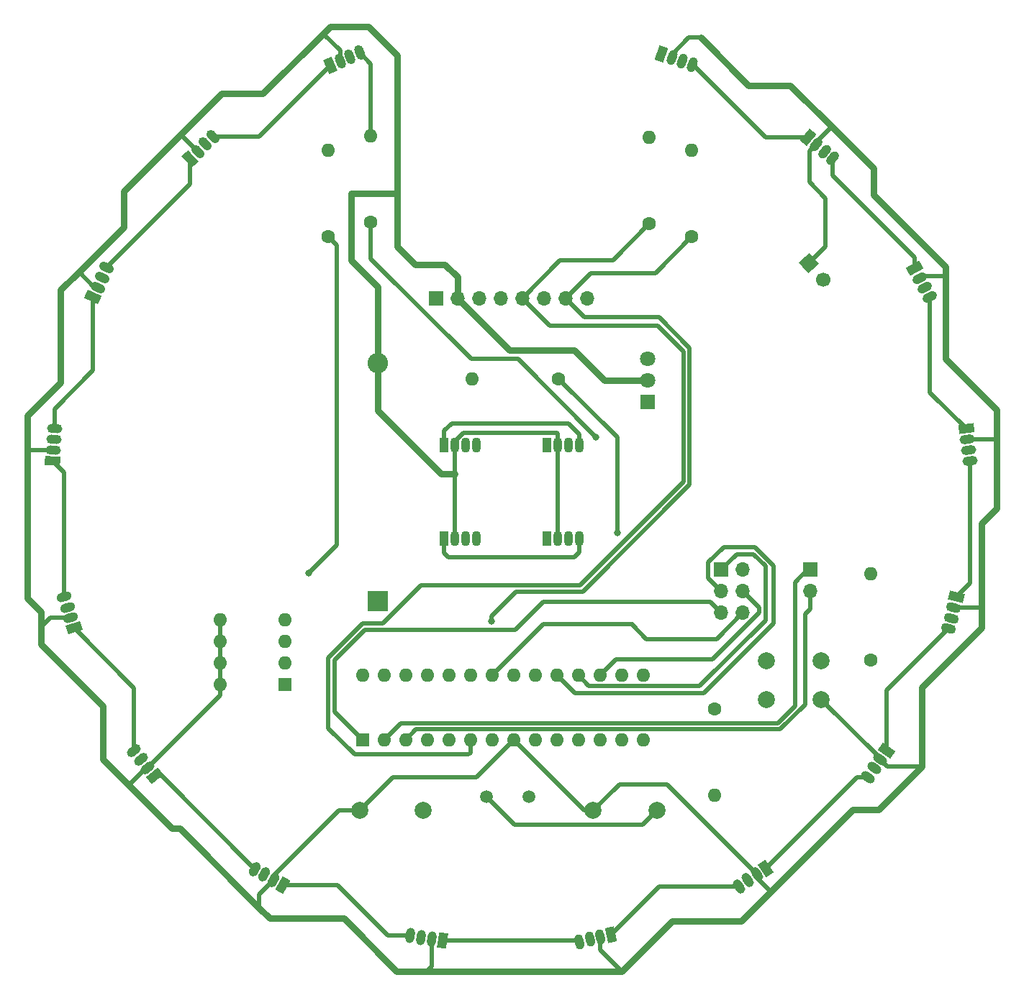
<source format=gbr>
%TF.GenerationSoftware,KiCad,Pcbnew,(6.0.9)*%
%TF.CreationDate,2022-12-09T09:09:42+01:00*%
%TF.ProjectId,afm_saucer,61666d5f-7361-4756-9365-722e6b696361,1.1*%
%TF.SameCoordinates,Original*%
%TF.FileFunction,Copper,L2,Bot*%
%TF.FilePolarity,Positive*%
%FSLAX46Y46*%
G04 Gerber Fmt 4.6, Leading zero omitted, Abs format (unit mm)*
G04 Created by KiCad (PCBNEW (6.0.9)) date 2022-12-09 09:09:42*
%MOMM*%
%LPD*%
G01*
G04 APERTURE LIST*
G04 Aperture macros list*
%AMHorizOval*
0 Thick line with rounded ends*
0 $1 width*
0 $2 $3 position (X,Y) of the first rounded end (center of the circle)*
0 $4 $5 position (X,Y) of the second rounded end (center of the circle)*
0 Add line between two ends*
20,1,$1,$2,$3,$4,$5,0*
0 Add two circle primitives to create the rounded ends*
1,1,$1,$2,$3*
1,1,$1,$4,$5*%
%AMRotRect*
0 Rectangle, with rotation*
0 The origin of the aperture is its center*
0 $1 length*
0 $2 width*
0 $3 Rotation angle, in degrees counterclockwise*
0 Add horizontal line*
21,1,$1,$2,0,0,$3*%
G04 Aperture macros list end*
%TA.AperFunction,ComponentPad*%
%ADD10RotRect,1.070000X1.800000X213.800000*%
%TD*%
%TA.AperFunction,ComponentPad*%
%ADD11HorizOval,1.070000X-0.203048X0.303309X0.203048X-0.303309X0*%
%TD*%
%TA.AperFunction,ComponentPad*%
%ADD12C,1.600000*%
%TD*%
%TA.AperFunction,ComponentPad*%
%ADD13O,1.600000X1.600000*%
%TD*%
%TA.AperFunction,ComponentPad*%
%ADD14RotRect,1.070000X1.800000X129.100000*%
%TD*%
%TA.AperFunction,ComponentPad*%
%ADD15HorizOval,1.070000X0.283257X0.230197X-0.283257X-0.230197X0*%
%TD*%
%TA.AperFunction,ComponentPad*%
%ADD16R,1.070000X1.800000*%
%TD*%
%TA.AperFunction,ComponentPad*%
%ADD17O,1.070000X1.800000*%
%TD*%
%TA.AperFunction,ComponentPad*%
%ADD18RotRect,1.070000X1.800000X340.800000*%
%TD*%
%TA.AperFunction,ComponentPad*%
%ADD19HorizOval,1.070000X-0.120036X-0.344697X0.120036X0.344697X0*%
%TD*%
%TA.AperFunction,ComponentPad*%
%ADD20RotRect,1.070000X1.800000X107.900000*%
%TD*%
%TA.AperFunction,ComponentPad*%
%ADD21HorizOval,1.070000X0.347332X0.112185X-0.347332X-0.112185X0*%
%TD*%
%TA.AperFunction,ComponentPad*%
%ADD22C,2.000000*%
%TD*%
%TA.AperFunction,ComponentPad*%
%ADD23R,1.700000X1.700000*%
%TD*%
%TA.AperFunction,ComponentPad*%
%ADD24O,1.700000X1.700000*%
%TD*%
%TA.AperFunction,ComponentPad*%
%ADD25RotRect,1.070000X1.800000X256.100000*%
%TD*%
%TA.AperFunction,ComponentPad*%
%ADD26HorizOval,1.070000X-0.354312X0.087683X0.354312X-0.087683X0*%
%TD*%
%TA.AperFunction,ComponentPad*%
%ADD27RotRect,1.070000X1.800000X23.200000*%
%TD*%
%TA.AperFunction,ComponentPad*%
%ADD28HorizOval,1.070000X-0.143789X0.335484X0.143789X-0.335484X0*%
%TD*%
%TA.AperFunction,ComponentPad*%
%ADD29RotRect,1.070000X1.800000X171.400000*%
%TD*%
%TA.AperFunction,ComponentPad*%
%ADD30HorizOval,1.070000X0.054580X0.360896X-0.054580X-0.360896X0*%
%TD*%
%TA.AperFunction,ComponentPad*%
%ADD31R,1.800000X1.800000*%
%TD*%
%TA.AperFunction,ComponentPad*%
%ADD32C,1.800000*%
%TD*%
%TA.AperFunction,ComponentPad*%
%ADD33RotRect,1.070000X1.800000X150.200000*%
%TD*%
%TA.AperFunction,ComponentPad*%
%ADD34HorizOval,1.070000X0.181395X0.316734X-0.181395X-0.316734X0*%
%TD*%
%TA.AperFunction,ComponentPad*%
%ADD35RotRect,1.700000X1.700000X42.000000*%
%TD*%
%TA.AperFunction,ComponentPad*%
%ADD36HorizOval,1.700000X0.000000X0.000000X0.000000X0.000000X0*%
%TD*%
%TA.AperFunction,ComponentPad*%
%ADD37RotRect,1.070000X1.800000X298.500000*%
%TD*%
%TA.AperFunction,ComponentPad*%
%ADD38HorizOval,1.070000X-0.320768X-0.174163X0.320768X0.174163X0*%
%TD*%
%TA.AperFunction,ComponentPad*%
%ADD39RotRect,1.070000X1.800000X44.400000*%
%TD*%
%TA.AperFunction,ComponentPad*%
%ADD40HorizOval,1.070000X-0.255377X0.260783X0.255377X-0.260783X0*%
%TD*%
%TA.AperFunction,ComponentPad*%
%ADD41R,1.600000X1.600000*%
%TD*%
%TA.AperFunction,ComponentPad*%
%ADD42RotRect,1.070000X1.800000X277.300000*%
%TD*%
%TA.AperFunction,ComponentPad*%
%ADD43HorizOval,1.070000X-0.362041X-0.046379X0.362041X0.046379X0*%
%TD*%
%TA.AperFunction,ComponentPad*%
%ADD44R,2.400000X2.400000*%
%TD*%
%TA.AperFunction,ComponentPad*%
%ADD45O,2.400000X2.400000*%
%TD*%
%TA.AperFunction,ComponentPad*%
%ADD46RotRect,1.070000X1.800000X192.600000*%
%TD*%
%TA.AperFunction,ComponentPad*%
%ADD47HorizOval,1.070000X-0.079622X0.356210X0.079622X-0.356210X0*%
%TD*%
%TA.AperFunction,ComponentPad*%
%ADD48RotRect,1.070000X1.800000X319.600000*%
%TD*%
%TA.AperFunction,ComponentPad*%
%ADD49HorizOval,1.070000X-0.236564X-0.277961X0.236564X0.277961X0*%
%TD*%
%TA.AperFunction,ComponentPad*%
%ADD50RotRect,1.070000X1.800000X65.500000*%
%TD*%
%TA.AperFunction,ComponentPad*%
%ADD51HorizOval,1.070000X-0.332136X0.151363X0.332136X-0.151363X0*%
%TD*%
%TA.AperFunction,ComponentPad*%
%ADD52RotRect,1.070000X1.800000X86.700000*%
%TD*%
%TA.AperFunction,ComponentPad*%
%ADD53HorizOval,1.070000X-0.364395X0.021011X0.364395X-0.021011X0*%
%TD*%
%TA.AperFunction,ComponentPad*%
%ADD54RotRect,1.070000X1.800000X234.900000*%
%TD*%
%TA.AperFunction,ComponentPad*%
%ADD55HorizOval,1.070000X-0.298625X0.209877X0.298625X-0.209877X0*%
%TD*%
%TA.AperFunction,ComponentPad*%
%ADD56C,1.500000*%
%TD*%
%TA.AperFunction,ViaPad*%
%ADD57C,0.800000*%
%TD*%
%TA.AperFunction,Conductor*%
%ADD58C,0.500000*%
%TD*%
%TA.AperFunction,Conductor*%
%ADD59C,0.750000*%
%TD*%
G04 APERTURE END LIST*
D10*
%TO.P,D10,1,DO*%
%TO.N,Net-(D11-Pad4)*%
X129972258Y-144897496D03*
D11*
%TO.P,D10,2,GND*%
%TO.N,GND*%
X128916908Y-145603991D03*
%TO.P,D10,3,VDD*%
%TO.N,+5V*%
X127861557Y-146310487D03*
%TO.P,D10,4,DI*%
%TO.N,Net-(D9-Pad1)*%
X126806207Y-147016982D03*
%TD*%
D12*
%TO.P,R4,1*%
%TO.N,/DATA*%
X116250000Y-69000000D03*
D13*
%TO.P,R4,2*%
%TO.N,+5V*%
X116250000Y-58840000D03*
%TD*%
D14*
%TO.P,D6,1,DO*%
%TO.N,Net-(D7-Pad4)*%
X58029219Y-134031652D03*
D15*
%TO.P,D6,2,GND*%
%TO.N,GND*%
X57228261Y-133046073D03*
%TO.P,D6,3,VDD*%
%TO.N,+5V*%
X56427302Y-132060494D03*
%TO.P,D6,4,DI*%
%TO.N,Net-(D5-Pad1)*%
X55626344Y-131074915D03*
%TD*%
D16*
%TO.P,D19,1,DO*%
%TO.N,Net-(D19-Pad1)*%
X92100000Y-106100000D03*
D17*
%TO.P,D19,2,GND*%
%TO.N,GND*%
X93370000Y-106100000D03*
%TO.P,D19,3,VDD*%
%TO.N,+5V*%
X94640000Y-106100000D03*
%TO.P,D19,4,DI*%
%TO.N,Net-(D18-Pad1)*%
X95910000Y-106100000D03*
%TD*%
D16*
%TO.P,D20,1,DO*%
%TO.N,unconnected-(D20-Pad1)*%
X104200000Y-106100000D03*
D17*
%TO.P,D20,2,GND*%
%TO.N,GND*%
X105470000Y-106100000D03*
%TO.P,D20,3,VDD*%
%TO.N,+5V*%
X106740000Y-106100000D03*
%TO.P,D20,4,DI*%
%TO.N,Net-(D19-Pad1)*%
X108010000Y-106100000D03*
%TD*%
D12*
%TO.P,R5,1*%
%TO.N,Net-(R5-Pad1)*%
X123900000Y-126100000D03*
D13*
%TO.P,R5,2*%
%TO.N,+5V*%
X123900000Y-136260000D03*
%TD*%
D18*
%TO.P,D16,1,DO*%
%TO.N,unconnected-(D16-Pad1)*%
X117698266Y-49007438D03*
D19*
%TO.P,D16,2,GND*%
%TO.N,GND*%
X118897624Y-49425099D03*
%TO.P,D16,3,VDD*%
%TO.N,+5V*%
X120096982Y-49842759D03*
%TO.P,D16,4,DI*%
%TO.N,Net-(D15-Pad1)*%
X121296340Y-50260420D03*
%TD*%
D16*
%TO.P,D17,1,DO*%
%TO.N,Net-(D18-Pad4)*%
X92100000Y-95100000D03*
D17*
%TO.P,D17,2,GND*%
%TO.N,GND*%
X93370000Y-95100000D03*
%TO.P,D17,3,VDD*%
%TO.N,+5V*%
X94640000Y-95100000D03*
%TO.P,D17,4,DI*%
%TO.N,Net-(D17-Pad4)*%
X95910000Y-95100000D03*
%TD*%
D12*
%TO.P,R7,1*%
%TO.N,Net-(R7-Pad1)*%
X83500000Y-68830000D03*
D13*
%TO.P,R7,2*%
%TO.N,Net-(D1-Pad4)*%
X83500000Y-58670000D03*
%TD*%
D16*
%TO.P,D18,1,DO*%
%TO.N,Net-(D18-Pad1)*%
X104200000Y-95100000D03*
D17*
%TO.P,D18,2,GND*%
%TO.N,GND*%
X105470000Y-95100000D03*
%TO.P,D18,3,VDD*%
%TO.N,+5V*%
X106740000Y-95100000D03*
%TO.P,D18,4,DI*%
%TO.N,Net-(D18-Pad4)*%
X108010000Y-95100000D03*
%TD*%
D20*
%TO.P,D5,1,DO*%
%TO.N,Net-(D5-Pad1)*%
X48564795Y-116591332D03*
D21*
%TO.P,D5,2,GND*%
%TO.N,GND*%
X48174452Y-115382807D03*
%TO.P,D5,3,VDD*%
%TO.N,+5V*%
X47784109Y-114174282D03*
%TO.P,D5,4,DI*%
%TO.N,Net-(D4-Pad1)*%
X47393766Y-112965757D03*
%TD*%
D22*
%TO.P,SW2,1,1*%
%TO.N,/RESET*%
X130000000Y-120500000D03*
X136500000Y-120500000D03*
%TO.P,SW2,2,2*%
%TO.N,GND*%
X130000000Y-125000000D03*
X136500000Y-125000000D03*
%TD*%
D23*
%TO.P,J3,1,Pin_1*%
%TO.N,/MISO*%
X124725000Y-109725000D03*
D24*
%TO.P,J3,2,Pin_2*%
%TO.N,+5V*%
X127265000Y-109725000D03*
%TO.P,J3,3,Pin_3*%
%TO.N,/SCK*%
X124725000Y-112265000D03*
%TO.P,J3,4,Pin_4*%
%TO.N,/MOSI*%
X127265000Y-112265000D03*
%TO.P,J3,5,Pin_5*%
%TO.N,/RESET*%
X124725000Y-114805000D03*
%TO.P,J3,6,Pin_6*%
%TO.N,GND*%
X127265000Y-114805000D03*
%TD*%
D22*
%TO.P,C3,1*%
%TO.N,Net-(C3-Pad1)*%
X117150000Y-138100000D03*
%TO.P,C3,2*%
%TO.N,GND*%
X109650000Y-138100000D03*
%TD*%
D25*
%TO.P,D12,1,DO*%
%TO.N,Net-(D12-Pad1)*%
X152381515Y-112965972D03*
D26*
%TO.P,D12,2,GND*%
%TO.N,GND*%
X152076425Y-114198782D03*
%TO.P,D12,3,VDD*%
%TO.N,+5V*%
X151771336Y-115431592D03*
%TO.P,D12,4,DI*%
%TO.N,Net-(D11-Pad1)*%
X151466246Y-116664402D03*
%TD*%
D27*
%TO.P,D1,1,DO*%
%TO.N,Net-(D1-Pad1)*%
X78702036Y-50369216D03*
D28*
%TO.P,D1,2,GND*%
%TO.N,GND*%
X79869338Y-49868910D03*
%TO.P,D1,3,VDD*%
%TO.N,+5V*%
X81036640Y-49368604D03*
%TO.P,D1,4,DI*%
%TO.N,Net-(D1-Pad4)*%
X82203942Y-48868297D03*
%TD*%
D13*
%TO.P,R2,2*%
%TO.N,+5V*%
X78500000Y-60340000D03*
D12*
%TO.P,R2,1*%
%TO.N,/CLK*%
X78500000Y-70500000D03*
%TD*%
D29*
%TO.P,D8,1,DO*%
%TO.N,Net-(D8-Pad1)*%
X91895849Y-153401524D03*
D30*
%TO.P,D8,2,GND*%
%TO.N,GND*%
X90640128Y-153211614D03*
%TO.P,D8,3,VDD*%
%TO.N,+5V*%
X89384408Y-153021704D03*
%TO.P,D8,4,DI*%
%TO.N,Net-(D7-Pad1)*%
X88128687Y-152831794D03*
%TD*%
D12*
%TO.P,R3,1*%
%TO.N,/FLASH*%
X121250000Y-70500000D03*
D13*
%TO.P,R3,2*%
%TO.N,+5V*%
X121250000Y-60340000D03*
%TD*%
D31*
%TO.P,U1,1,IN*%
%TO.N,+12V*%
X116020000Y-90000000D03*
D32*
%TO.P,U1,2,GND*%
%TO.N,GND*%
X116020000Y-87460000D03*
%TO.P,U1,3,OUT*%
%TO.N,+5V*%
X116020000Y-84920000D03*
%TD*%
D23*
%TO.P,J1,1,Pin_1*%
%TO.N,+12V*%
X91125000Y-77775000D03*
D24*
%TO.P,J1,2,Pin_2*%
%TO.N,GND*%
X93665000Y-77775000D03*
%TO.P,J1,3,Pin_3*%
%TO.N,unconnected-(J1-Pad3)*%
X96205000Y-77775000D03*
%TO.P,J1,4,Pin_4*%
%TO.N,/CLK*%
X98745000Y-77775000D03*
%TO.P,J1,5,Pin_5*%
%TO.N,/DATA*%
X101285000Y-77775000D03*
%TO.P,J1,6,Pin_6*%
%TO.N,unconnected-(J1-Pad6)*%
X103825000Y-77775000D03*
%TO.P,J1,7,Pin_7*%
%TO.N,/FLASH*%
X106365000Y-77775000D03*
%TO.P,J1,8,Pin_8*%
%TO.N,unconnected-(J1-Pad8)*%
X108905000Y-77775000D03*
%TD*%
D12*
%TO.P,R6,1*%
%TO.N,Net-(R6-Pad1)*%
X105580000Y-87250000D03*
D13*
%TO.P,R6,2*%
%TO.N,Net-(D17-Pad4)*%
X95420000Y-87250000D03*
%TD*%
D33*
%TO.P,D7,1,DO*%
%TO.N,Net-(D7-Pad1)*%
X73146895Y-146881881D03*
D34*
%TO.P,D7,2,GND*%
%TO.N,GND*%
X72044833Y-146250724D03*
%TO.P,D7,3,VDD*%
%TO.N,+5V*%
X70942771Y-145619567D03*
%TO.P,D7,4,DI*%
%TO.N,Net-(D7-Pad4)*%
X69840709Y-144988410D03*
%TD*%
D35*
%TO.P,SW1,1,1*%
%TO.N,GND*%
X134995600Y-73679937D03*
D36*
%TO.P,SW1,2,2*%
%TO.N,Net-(R5-Pad1)*%
X136695192Y-75567525D03*
%TD*%
D37*
%TO.P,D14,1,DO*%
%TO.N,Net-(D15-Pad4)*%
X147427862Y-74265277D03*
D38*
%TO.P,D14,2,GND*%
%TO.N,GND*%
X148033854Y-75381375D03*
%TO.P,D14,3,VDD*%
%TO.N,+5V*%
X148639845Y-76497472D03*
%TO.P,D14,4,DI*%
%TO.N,Net-(D13-Pad1)*%
X149245837Y-77613570D03*
%TD*%
D39*
%TO.P,D2,1,DO*%
%TO.N,Net-(D3-Pad4)*%
X62206663Y-61391611D03*
D40*
%TO.P,D2,2,GND*%
%TO.N,GND*%
X63114043Y-60503039D03*
%TO.P,D2,3,VDD*%
%TO.N,+5V*%
X64021424Y-59614466D03*
%TO.P,D2,4,DI*%
%TO.N,Net-(D1-Pad1)*%
X64928804Y-58725894D03*
%TD*%
D41*
%TO.P,SW3,1*%
%TO.N,Net-(U2-Pad23)*%
X73400000Y-123300000D03*
D13*
%TO.P,SW3,2*%
%TO.N,Net-(U2-Pad24)*%
X73400000Y-120760000D03*
%TO.P,SW3,3*%
%TO.N,Net-(U2-Pad25)*%
X73400000Y-118220000D03*
%TO.P,SW3,4*%
%TO.N,Net-(U2-Pad26)*%
X73400000Y-115680000D03*
%TO.P,SW3,5*%
%TO.N,GND*%
X65780000Y-115680000D03*
%TO.P,SW3,6*%
X65780000Y-118220000D03*
%TO.P,SW3,7*%
X65780000Y-120760000D03*
%TO.P,SW3,8*%
X65780000Y-123300000D03*
%TD*%
D42*
%TO.P,D13,1,DO*%
%TO.N,Net-(D13-Pad1)*%
X153520786Y-93154143D03*
D43*
%TO.P,D13,2,GND*%
%TO.N,GND*%
X153682158Y-94413849D03*
%TO.P,D13,3,VDD*%
%TO.N,+5V*%
X153843530Y-95673555D03*
%TO.P,D13,4,DI*%
%TO.N,Net-(D12-Pad1)*%
X154004902Y-96933261D03*
%TD*%
D44*
%TO.P,C1,1*%
%TO.N,+5V*%
X84300000Y-113400000D03*
D45*
%TO.P,C1,2*%
%TO.N,GND*%
X84300000Y-85400000D03*
%TD*%
D46*
%TO.P,D9,1,DO*%
%TO.N,Net-(D9-Pad1)*%
X111723763Y-152709117D03*
D47*
%TO.P,D9,2,GND*%
%TO.N,GND*%
X110484349Y-152986159D03*
%TO.P,D9,3,VDD*%
%TO.N,+5V*%
X109244934Y-153263201D03*
%TO.P,D9,4,DI*%
%TO.N,Net-(D8-Pad1)*%
X108005520Y-153540243D03*
%TD*%
D12*
%TO.P,R1,1*%
%TO.N,/RESET*%
X142300000Y-120400000D03*
D13*
%TO.P,R1,2*%
%TO.N,+5V*%
X142300000Y-110240000D03*
%TD*%
D23*
%TO.P,J2,1,Pin_1*%
%TO.N,/RX*%
X135200000Y-109725000D03*
D24*
%TO.P,J2,2,Pin_2*%
%TO.N,/TX*%
X135200000Y-112265000D03*
%TD*%
D22*
%TO.P,C2,1*%
%TO.N,Net-(C2-Pad1)*%
X89650000Y-138100000D03*
%TO.P,C2,2*%
%TO.N,GND*%
X82150000Y-138100000D03*
%TD*%
D48*
%TO.P,D15,1,DO*%
%TO.N,Net-(D15-Pad1)*%
X134922340Y-58852324D03*
D49*
%TO.P,D15,2,GND*%
%TO.N,GND*%
X135889494Y-59675436D03*
%TO.P,D15,3,VDD*%
%TO.N,+5V*%
X136856647Y-60498549D03*
%TO.P,D15,4,DI*%
%TO.N,Net-(D15-Pad4)*%
X137823801Y-61321661D03*
%TD*%
D50*
%TO.P,D3,1,DO*%
%TO.N,Net-(D3-Pad1)*%
X50806757Y-77639360D03*
D51*
%TO.P,D3,2,GND*%
%TO.N,GND*%
X51333417Y-76483709D03*
%TO.P,D3,3,VDD*%
%TO.N,+5V*%
X51860078Y-75328058D03*
%TO.P,D3,4,DI*%
%TO.N,Net-(D3-Pad4)*%
X52386738Y-74172408D03*
%TD*%
D52*
%TO.P,D4,1,DO*%
%TO.N,Net-(D4-Pad1)*%
X46046296Y-96907235D03*
D53*
%TO.P,D4,2,GND*%
%TO.N,GND*%
X46119402Y-95639341D03*
%TO.P,D4,3,VDD*%
%TO.N,+5V*%
X46192509Y-94371447D03*
%TO.P,D4,4,DI*%
%TO.N,Net-(D3-Pad1)*%
X46265615Y-93103553D03*
%TD*%
D54*
%TO.P,D11,1,DO*%
%TO.N,Net-(D11-Pad1)*%
X144156721Y-131024014D03*
D55*
%TO.P,D11,2,GND*%
%TO.N,GND*%
X143426464Y-132063064D03*
%TO.P,D11,3,VDD*%
%TO.N,+5V*%
X142696208Y-133102114D03*
%TO.P,D11,4,DI*%
%TO.N,Net-(D11-Pad4)*%
X141965951Y-134141164D03*
%TD*%
D56*
%TO.P,Y1,1,1*%
%TO.N,Net-(C3-Pad1)*%
X97100000Y-136500000D03*
%TO.P,Y1,2,2*%
%TO.N,Net-(C2-Pad1)*%
X102100000Y-136500000D03*
%TD*%
D41*
%TO.P,U2,1,~{RESET}/PC6*%
%TO.N,/RESET*%
X82500000Y-129800000D03*
D13*
%TO.P,U2,2,PD0*%
%TO.N,/RX*%
X85040000Y-129800000D03*
%TO.P,U2,3,PD1*%
%TO.N,/TX*%
X87580000Y-129800000D03*
%TO.P,U2,4,PD2*%
%TO.N,/CLK*%
X90120000Y-129800000D03*
%TO.P,U2,5,PD3*%
%TO.N,/FLASH*%
X92660000Y-129800000D03*
%TO.P,U2,6,PD4*%
%TO.N,/DATA*%
X95200000Y-129800000D03*
%TO.P,U2,7,VCC*%
%TO.N,+5V*%
X97740000Y-129800000D03*
%TO.P,U2,8,GND*%
%TO.N,GND*%
X100280000Y-129800000D03*
%TO.P,U2,9,XTAL1/PB6*%
%TO.N,Net-(C3-Pad1)*%
X102820000Y-129800000D03*
%TO.P,U2,10,XTAL2/PB7*%
%TO.N,Net-(C2-Pad1)*%
X105360000Y-129800000D03*
%TO.P,U2,11,PD5*%
%TO.N,Net-(R7-Pad1)*%
X107900000Y-129800000D03*
%TO.P,U2,12,PD6*%
%TO.N,Net-(R6-Pad1)*%
X110440000Y-129800000D03*
%TO.P,U2,13,PD7*%
%TO.N,Net-(R5-Pad1)*%
X112980000Y-129800000D03*
%TO.P,U2,14,PB0*%
%TO.N,unconnected-(U2-Pad14)*%
X115520000Y-129800000D03*
%TO.P,U2,15,PB1*%
%TO.N,unconnected-(U2-Pad15)*%
X115520000Y-122180000D03*
%TO.P,U2,16,PB2*%
%TO.N,unconnected-(U2-Pad16)*%
X112980000Y-122180000D03*
%TO.P,U2,17,PB3*%
%TO.N,/MOSI*%
X110440000Y-122180000D03*
%TO.P,U2,18,PB4*%
%TO.N,/MISO*%
X107900000Y-122180000D03*
%TO.P,U2,19,PB5*%
%TO.N,/SCK*%
X105360000Y-122180000D03*
%TO.P,U2,20,AVCC*%
%TO.N,+5V*%
X102820000Y-122180000D03*
%TO.P,U2,21,AREF*%
%TO.N,unconnected-(U2-Pad21)*%
X100280000Y-122180000D03*
%TO.P,U2,22,GND*%
%TO.N,GND*%
X97740000Y-122180000D03*
%TO.P,U2,23,PC0*%
%TO.N,Net-(U2-Pad23)*%
X95200000Y-122180000D03*
%TO.P,U2,24,PC1*%
%TO.N,Net-(U2-Pad24)*%
X92660000Y-122180000D03*
%TO.P,U2,25,PC2*%
%TO.N,Net-(U2-Pad25)*%
X90120000Y-122180000D03*
%TO.P,U2,26,PC3*%
%TO.N,Net-(U2-Pad26)*%
X87580000Y-122180000D03*
%TO.P,U2,27,PC4*%
%TO.N,unconnected-(U2-Pad27)*%
X85040000Y-122180000D03*
%TO.P,U2,28,PC5*%
%TO.N,unconnected-(U2-Pad28)*%
X82500000Y-122180000D03*
%TD*%
D57*
%TO.N,/CLK*%
X76200000Y-110100000D03*
%TO.N,/FLASH*%
X97700000Y-115800000D03*
%TO.N,Net-(R6-Pad1)*%
X112500000Y-105400000D03*
%TO.N,Net-(R7-Pad1)*%
X110000000Y-94100000D03*
%TD*%
D58*
%TO.N,GND*%
X135100000Y-64100000D02*
X137000000Y-66000000D01*
X135889494Y-59675436D02*
X135100000Y-60464930D01*
X135100000Y-60464930D02*
X135100000Y-64100000D01*
X137000000Y-66000000D02*
X137000000Y-71675537D01*
X137000000Y-71675537D02*
X134995600Y-73679937D01*
D59*
X127900000Y-52700000D02*
X122300000Y-47100000D01*
D58*
X103795000Y-116125000D02*
X97740000Y-122180000D01*
X135889494Y-59675436D02*
X135889494Y-59410506D01*
X79869338Y-48569338D02*
X77900000Y-46600000D01*
X153682158Y-94413849D02*
X156986151Y-94413849D01*
D59*
X132800000Y-52700000D02*
X127900000Y-52700000D01*
X155300000Y-104300000D02*
X157100000Y-102500000D01*
X90100000Y-157000000D02*
X113000000Y-157000000D01*
X44700000Y-118500000D02*
X52000000Y-125800000D01*
X61100000Y-58500000D02*
X54400000Y-65200000D01*
X143200000Y-138000000D02*
X148300000Y-132900000D01*
X84300000Y-85400000D02*
X84300000Y-76400000D01*
D58*
X93370000Y-94612000D02*
X94382000Y-93600000D01*
X51333417Y-76483709D02*
X50983709Y-76483709D01*
D59*
X86500000Y-157000000D02*
X90100000Y-157000000D01*
D58*
X148215229Y-75200000D02*
X151100000Y-75200000D01*
X72044833Y-146250724D02*
X70350000Y-147945557D01*
X105470000Y-93700000D02*
X105470000Y-95100000D01*
X114250000Y-116250000D02*
X114250000Y-116125000D01*
D59*
X116020000Y-87460000D02*
X110960000Y-87460000D01*
X88700000Y-73800000D02*
X86600000Y-71700000D01*
D58*
X110484349Y-154484349D02*
X113000000Y-157000000D01*
X48174452Y-115382807D02*
X45817193Y-115382807D01*
D59*
X151100000Y-84900000D02*
X151100000Y-75200000D01*
D58*
X79700000Y-138100000D02*
X82150000Y-138100000D01*
X136500000Y-125000000D02*
X143426464Y-131926464D01*
D59*
X110960000Y-87460000D02*
X107400000Y-83900000D01*
X70350000Y-149550000D02*
X71600000Y-150800000D01*
X43100000Y-113100000D02*
X44700000Y-114700000D01*
D58*
X108580000Y-138100000D02*
X100280000Y-129800000D01*
X143426464Y-131926464D02*
X143426464Y-132063064D01*
D59*
X78700000Y-45800000D02*
X77900000Y-46600000D01*
D58*
X135889494Y-59410506D02*
X137700000Y-57600000D01*
D59*
X113000000Y-157000000D02*
X118900000Y-151100000D01*
D58*
X72044833Y-145755167D02*
X79700000Y-138100000D01*
D59*
X47000000Y-76800000D02*
X47000000Y-87700000D01*
D58*
X94382000Y-93600000D02*
X105370000Y-93600000D01*
D59*
X83200000Y-45800000D02*
X78700000Y-45800000D01*
X157100000Y-94300000D02*
X157100000Y-90900000D01*
X127100000Y-151100000D02*
X130550000Y-147650000D01*
D58*
X152076425Y-114198782D02*
X155298782Y-114198782D01*
X95880000Y-134200000D02*
X86050000Y-134200000D01*
X63114043Y-60503039D02*
X63103039Y-60503039D01*
X65780000Y-123300000D02*
X65780000Y-124494334D01*
D59*
X92200000Y-73800000D02*
X88700000Y-73800000D01*
X157100000Y-90900000D02*
X151100000Y-84900000D01*
X86600000Y-49200000D02*
X83200000Y-45800000D01*
D58*
X128916908Y-145603991D02*
X128916908Y-146016908D01*
D59*
X86600000Y-71700000D02*
X86600000Y-65400000D01*
D58*
X148033854Y-75381375D02*
X148215229Y-75200000D01*
X115900000Y-117900000D02*
X114250000Y-116250000D01*
D59*
X84300000Y-85400000D02*
X84300000Y-91000000D01*
X155300000Y-116600000D02*
X155300000Y-114200000D01*
X55000000Y-135100000D02*
X60100000Y-140200000D01*
X65900000Y-53700000D02*
X61100000Y-58500000D01*
X49150000Y-74650000D02*
X47000000Y-76800000D01*
X130550000Y-147650000D02*
X140200000Y-138000000D01*
D58*
X156986151Y-94413849D02*
X157100000Y-94300000D01*
D59*
X93665000Y-77775000D02*
X93665000Y-75265000D01*
D58*
X65780000Y-124494334D02*
X57228261Y-133046073D01*
X124170000Y-117900000D02*
X115900000Y-117900000D01*
X79869338Y-49868910D02*
X79869338Y-48569338D01*
D59*
X148300000Y-132900000D02*
X148300000Y-123600000D01*
X137700000Y-57600000D02*
X142600000Y-62500000D01*
D58*
X143426464Y-132063064D02*
X144263400Y-132900000D01*
D59*
X118900000Y-151100000D02*
X127100000Y-151100000D01*
D58*
X90640128Y-156459872D02*
X90100000Y-157000000D01*
D59*
X140200000Y-138000000D02*
X143200000Y-138000000D01*
D58*
X70350000Y-147945557D02*
X70350000Y-149550000D01*
X105470000Y-95100000D02*
X105470000Y-106100000D01*
X144263400Y-132900000D02*
X148300000Y-132900000D01*
D59*
X77900000Y-46600000D02*
X70800000Y-53700000D01*
X84300000Y-76400000D02*
X81200000Y-73300000D01*
X84300000Y-91000000D02*
X91730000Y-98430000D01*
D58*
X93370000Y-95100000D02*
X93370000Y-94612000D01*
D59*
X60100000Y-140200000D02*
X61000000Y-140200000D01*
X142600000Y-62500000D02*
X142600000Y-65600000D01*
X142600000Y-65600000D02*
X151100000Y-74100000D01*
D58*
X45817193Y-115382807D02*
X44700000Y-116500000D01*
D59*
X43100000Y-95500000D02*
X43100000Y-113100000D01*
X81200000Y-73300000D02*
X81200000Y-65400000D01*
D58*
X57053927Y-133046073D02*
X55000000Y-135100000D01*
D59*
X61000000Y-140200000D02*
X70350000Y-149550000D01*
X52000000Y-132100000D02*
X55000000Y-135100000D01*
D58*
X100280000Y-129800000D02*
X95880000Y-134200000D01*
D59*
X52000000Y-125800000D02*
X52000000Y-132100000D01*
D58*
X118897624Y-49425099D02*
X118897624Y-49102376D01*
X109650000Y-138100000D02*
X108580000Y-138100000D01*
X128916908Y-146016908D02*
X130550000Y-147650000D01*
X46119402Y-95639341D02*
X43239341Y-95639341D01*
D59*
X137700000Y-57600000D02*
X132800000Y-52700000D01*
D58*
X43239341Y-95639341D02*
X43100000Y-95500000D01*
D59*
X54400000Y-65200000D02*
X54400000Y-69400000D01*
X151100000Y-74100000D02*
X151100000Y-75200000D01*
X81200000Y-65400000D02*
X86600000Y-65400000D01*
D58*
X57228261Y-133046073D02*
X57053927Y-133046073D01*
D59*
X44700000Y-114700000D02*
X44700000Y-116500000D01*
D58*
X63103039Y-60503039D02*
X61100000Y-58500000D01*
D59*
X80300000Y-150800000D02*
X86500000Y-157000000D01*
D58*
X112740000Y-135010000D02*
X109650000Y-138100000D01*
X105370000Y-93600000D02*
X105470000Y-93700000D01*
X128916908Y-145603991D02*
X118322917Y-135010000D01*
X110484349Y-152986159D02*
X110484349Y-154484349D01*
D59*
X148300000Y-123600000D02*
X155300000Y-116600000D01*
X107400000Y-83900000D02*
X99790000Y-83900000D01*
X54400000Y-69400000D02*
X49150000Y-74650000D01*
D58*
X127265000Y-114805000D02*
X124170000Y-117900000D01*
D59*
X44700000Y-116500000D02*
X44700000Y-118500000D01*
X43100000Y-91600000D02*
X43100000Y-95500000D01*
D58*
X118322917Y-135010000D02*
X112740000Y-135010000D01*
X93370000Y-98430000D02*
X93370000Y-106100000D01*
D59*
X99790000Y-83900000D02*
X93665000Y-77775000D01*
D58*
X50983709Y-76483709D02*
X49150000Y-74650000D01*
X90640128Y-153211614D02*
X90640128Y-156459872D01*
X118897624Y-49102376D02*
X120900000Y-47100000D01*
D59*
X155300000Y-114200000D02*
X155300000Y-104300000D01*
D58*
X120900000Y-47100000D02*
X122300000Y-47100000D01*
X82150000Y-138100000D02*
X86050000Y-134200000D01*
X72044833Y-146250724D02*
X72044833Y-145755167D01*
X93370000Y-95100000D02*
X93370000Y-98430000D01*
D59*
X157100000Y-102500000D02*
X157100000Y-94300000D01*
X47000000Y-87700000D02*
X43100000Y-91600000D01*
X91730000Y-98430000D02*
X93370000Y-98430000D01*
X70800000Y-53700000D02*
X65900000Y-53700000D01*
X86600000Y-65400000D02*
X86600000Y-49200000D01*
X71600000Y-150800000D02*
X80300000Y-150800000D01*
X93665000Y-75265000D02*
X92200000Y-73800000D01*
D58*
X65780000Y-115680000D02*
X65780000Y-123300000D01*
X155298782Y-114198782D02*
X155300000Y-114200000D01*
X114250000Y-116125000D02*
X103795000Y-116125000D01*
%TO.N,Net-(C3-Pad1)*%
X100400000Y-139800000D02*
X115450000Y-139800000D01*
X97100000Y-136500000D02*
X100400000Y-139800000D01*
X115450000Y-139800000D02*
X117150000Y-138100000D01*
%TO.N,Net-(D1-Pad1)*%
X70345358Y-58725894D02*
X78702036Y-50369216D01*
X64928804Y-58725894D02*
X70345358Y-58725894D01*
%TO.N,Net-(D1-Pad4)*%
X83500000Y-58670000D02*
X83500000Y-50164355D01*
X83500000Y-50164355D02*
X82203942Y-48868297D01*
%TO.N,Net-(D3-Pad4)*%
X52386738Y-74113262D02*
X62206663Y-64293337D01*
X62206663Y-64293337D02*
X62206663Y-61391611D01*
X52386738Y-74172408D02*
X52386738Y-74113262D01*
%TO.N,Net-(D3-Pad1)*%
X46265615Y-93103553D02*
X46265615Y-90834385D01*
X46265615Y-90834385D02*
X50806757Y-86293243D01*
X50806757Y-86293243D02*
X50806757Y-77639360D01*
%TO.N,Net-(D4-Pad1)*%
X47393766Y-98254705D02*
X46046296Y-96907235D01*
X47393766Y-112965757D02*
X47393766Y-98254705D01*
%TO.N,Net-(D5-Pad1)*%
X55626344Y-131074915D02*
X55626344Y-123652881D01*
X55626344Y-123652881D02*
X48564795Y-116591332D01*
%TO.N,Net-(D7-Pad4)*%
X69840709Y-144988410D02*
X58883951Y-134031652D01*
X58883951Y-134031652D02*
X58029219Y-134031652D01*
%TO.N,Net-(D7-Pad1)*%
X73146895Y-146881881D02*
X79581881Y-146881881D01*
X85531794Y-152831794D02*
X88128687Y-152831794D01*
X79581881Y-146881881D02*
X85531794Y-152831794D01*
%TO.N,Net-(D8-Pad1)*%
X91895849Y-153401524D02*
X107866801Y-153401524D01*
X107866801Y-153401524D02*
X108005520Y-153540243D01*
%TO.N,Net-(D9-Pad1)*%
X117415898Y-147016982D02*
X126806207Y-147016982D01*
X111723763Y-152709117D02*
X117415898Y-147016982D01*
%TO.N,Net-(D11-Pad4)*%
X140728590Y-134141164D02*
X141965951Y-134141164D01*
X129972258Y-144897496D02*
X140728590Y-134141164D01*
%TO.N,Net-(D11-Pad1)*%
X144156721Y-123973927D02*
X151466246Y-116664402D01*
X144156721Y-131024014D02*
X144156721Y-123973927D01*
%TO.N,Net-(D12-Pad1)*%
X154004902Y-111342585D02*
X154004902Y-96933261D01*
X152381515Y-112965972D02*
X154004902Y-111342585D01*
%TO.N,Net-(D13-Pad1)*%
X153520786Y-93154143D02*
X149245837Y-88879194D01*
X149245837Y-88879194D02*
X149245837Y-77613570D01*
%TO.N,Net-(D15-Pad4)*%
X147427862Y-72927862D02*
X137823801Y-63323801D01*
X137823801Y-63323801D02*
X137823801Y-61321661D01*
X147427862Y-74265277D02*
X147427862Y-72927862D01*
%TO.N,Net-(D15-Pad1)*%
X129952324Y-58852324D02*
X121360420Y-50260420D01*
X121360420Y-50260420D02*
X121296340Y-50260420D01*
X134922340Y-58852324D02*
X129952324Y-58852324D01*
%TO.N,Net-(D18-Pad4)*%
X106700000Y-92500000D02*
X108010000Y-93810000D01*
X92100000Y-95100000D02*
X92100000Y-93400000D01*
X108010000Y-93810000D02*
X108010000Y-95100000D01*
X93000000Y-92500000D02*
X106700000Y-92500000D01*
X92100000Y-93400000D02*
X93000000Y-92500000D01*
%TO.N,Net-(D19-Pad1)*%
X108010000Y-107690000D02*
X108010000Y-106100000D01*
X92100000Y-107800000D02*
X92600000Y-108300000D01*
X92600000Y-108300000D02*
X107400000Y-108300000D01*
X92100000Y-106100000D02*
X92100000Y-107800000D01*
X107400000Y-108300000D02*
X108010000Y-107690000D01*
%TO.N,/CLK*%
X79500000Y-71500000D02*
X78500000Y-70500000D01*
X79500000Y-106800000D02*
X79500000Y-71500000D01*
X76200000Y-110100000D02*
X79500000Y-106800000D01*
%TO.N,/DATA*%
X101285000Y-77775000D02*
X104510000Y-81000000D01*
X104510000Y-81000000D02*
X117200000Y-81000000D01*
X117200000Y-81000000D02*
X120300000Y-84100000D01*
X78500000Y-128400000D02*
X81600000Y-131500000D01*
X84900000Y-116100000D02*
X82500000Y-116100000D01*
X95200000Y-131300000D02*
X95200000Y-129800000D01*
X105760000Y-73300000D02*
X101285000Y-77775000D01*
X95000000Y-131500000D02*
X95200000Y-131300000D01*
X116250000Y-69000000D02*
X111950000Y-73300000D01*
X89400000Y-111600000D02*
X84900000Y-116100000D01*
X81600000Y-131500000D02*
X95000000Y-131500000D01*
X111950000Y-73300000D02*
X105760000Y-73300000D01*
X120300000Y-84100000D02*
X120300000Y-99410050D01*
X108110050Y-111600000D02*
X89400000Y-111600000D01*
X120300000Y-99410050D02*
X108110050Y-111600000D01*
X82500000Y-116100000D02*
X78500000Y-120100000D01*
X78500000Y-120100000D02*
X78500000Y-128400000D01*
%TO.N,/FLASH*%
X106365000Y-77775000D02*
X109340000Y-74800000D01*
X117400000Y-80000000D02*
X121000000Y-83600000D01*
X100600000Y-112300000D02*
X97700000Y-115200000D01*
X121000000Y-83600000D02*
X121000000Y-99700000D01*
X108400000Y-112300000D02*
X100600000Y-112300000D01*
X108590000Y-80000000D02*
X117400000Y-80000000D01*
X106365000Y-77775000D02*
X108590000Y-80000000D01*
X97700000Y-115200000D02*
X97700000Y-115800000D01*
X121000000Y-99700000D02*
X108400000Y-112300000D01*
X109340000Y-74800000D02*
X116950000Y-74800000D01*
X116950000Y-74800000D02*
X121250000Y-70500000D01*
%TO.N,/RX*%
X86990000Y-127850000D02*
X85040000Y-129800000D01*
X134875000Y-109725000D02*
X133400000Y-111200000D01*
X135200000Y-109725000D02*
X134875000Y-109725000D01*
X133400000Y-111200000D02*
X133400000Y-125810050D01*
X133400000Y-125810050D02*
X131360050Y-127850000D01*
X131360050Y-127850000D02*
X86990000Y-127850000D01*
%TO.N,/TX*%
X87580000Y-129800000D02*
X88830000Y-128550000D01*
X88830000Y-128550000D02*
X131650000Y-128550000D01*
X131650000Y-128550000D02*
X134600000Y-125600000D01*
X134600000Y-115000000D02*
X135200000Y-114400000D01*
X134600000Y-125600000D02*
X134600000Y-115000000D01*
X135200000Y-114400000D02*
X135200000Y-112265000D01*
%TO.N,/MISO*%
X129900000Y-109300000D02*
X128500000Y-107900000D01*
X109150000Y-123430000D02*
X122170000Y-123430000D01*
X126550000Y-107900000D02*
X124725000Y-109725000D01*
X107900000Y-122180000D02*
X109150000Y-123430000D01*
X129900000Y-115700000D02*
X129900000Y-109300000D01*
X122170000Y-123430000D02*
X129900000Y-115700000D01*
X128500000Y-107900000D02*
X126550000Y-107900000D01*
%TO.N,/SCK*%
X123200000Y-110740000D02*
X124725000Y-112265000D01*
X123200000Y-108900000D02*
X123200000Y-110740000D01*
X128689949Y-107100000D02*
X125000000Y-107100000D01*
X125000000Y-107100000D02*
X123200000Y-108900000D01*
X105360000Y-122180000D02*
X107480000Y-124300000D01*
X107480000Y-124300000D02*
X122700000Y-124300000D01*
X130900000Y-109310051D02*
X128689949Y-107100000D01*
X122700000Y-124300000D02*
X130900000Y-116100000D01*
X130900000Y-116100000D02*
X130900000Y-109310051D01*
%TO.N,/MOSI*%
X112320000Y-120300000D02*
X110440000Y-122180000D01*
X129200000Y-114200000D02*
X129200000Y-114800000D01*
X129200000Y-114800000D02*
X123700000Y-120300000D01*
X127265000Y-112265000D02*
X129200000Y-114200000D01*
X123700000Y-120300000D02*
X112320000Y-120300000D01*
%TO.N,/RESET*%
X79200000Y-126500000D02*
X79200000Y-120400000D01*
X82800000Y-116800000D02*
X100500000Y-116800000D01*
X79200000Y-120400000D02*
X82800000Y-116800000D01*
X123420000Y-113500000D02*
X124725000Y-114805000D01*
X100500000Y-116800000D02*
X103800000Y-113500000D01*
X103800000Y-113500000D02*
X123420000Y-113500000D01*
X82500000Y-129800000D02*
X79200000Y-126500000D01*
%TO.N,Net-(R6-Pad1)*%
X105580000Y-87250000D02*
X112300000Y-93970000D01*
X112300000Y-93970000D02*
X112500000Y-94170000D01*
X112500000Y-94170000D02*
X112500000Y-105400000D01*
%TO.N,Net-(R7-Pad1)*%
X83500000Y-73100000D02*
X83500000Y-68830000D01*
X100800000Y-84900000D02*
X95300000Y-84900000D01*
X110000000Y-94100000D02*
X100800000Y-84900000D01*
X95300000Y-84900000D02*
X83500000Y-73100000D01*
%TD*%
M02*

</source>
